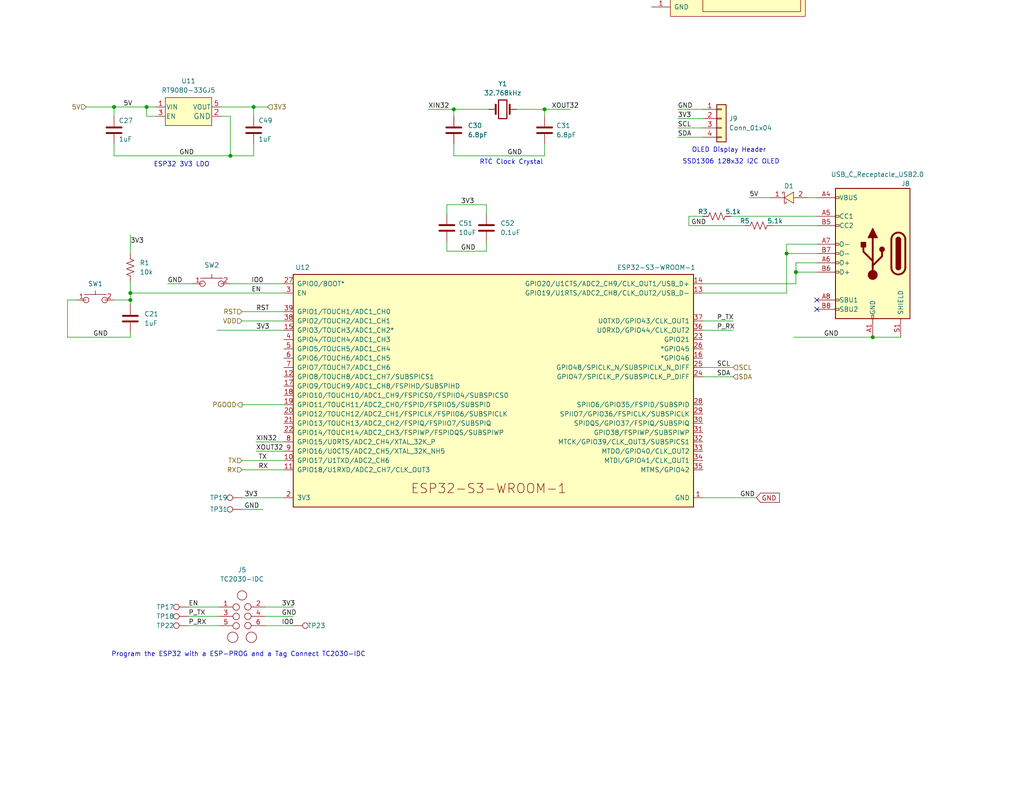
<source format=kicad_sch>
(kicad_sch (version 20230121) (generator eeschema)
  (paper "A")
  (title_block (title "le bitaxeUltra") (date "2023-07-10") (rev "0"))
  (lib_symbols
    (symbol "Connector:TestPoint" (pin_numbers hide) (pin_names (offset 0.762) hide)
      (property "Reference" "TP" (at 0 6.858 0))
      (property "Value" "TestPoint" (at 0 5.08 0))
      (symbol "TestPoint_0_1"
        (circle (center 0 3.302) (radius 0.762))
      )
      (symbol "TestPoint_1_1"
        (pin passive line (at 0 0 90) (length 2.54) (name "1") (number "1"))
      )
    )
    (symbol "Connector:USB_C_Receptacle_USB2.0" (pin_names (offset 1.016))
      (property "Reference" "J" (at -10.16 19.05 0))
      (property "Value" "USB_C_Receptacle_USB2.0" (at 19.05 19.05 0))
      (symbol "USB_C_Receptacle_USB2.0_0_0"
        (rectangle (start -0.254 -17.78) (end 0.254 -16.764))
        (rectangle (start 10.16 -14.986) (end 9.144 -15.494))
        (rectangle (start 10.16 -12.446) (end 9.144 -12.954))
        (rectangle (start 10.16 -4.826) (end 9.144 -5.334))
        (rectangle (start 10.16 -2.286) (end 9.144 -2.794))
        (rectangle (start 10.16 0.254) (end 9.144 -0.254))
        (rectangle (start 10.16 2.794) (end 9.144 2.286))
        (rectangle (start 10.16 7.874) (end 9.144 7.366))
        (rectangle (start 10.16 10.414) (end 9.144 9.906))
        (rectangle (start 10.16 15.494) (end 9.144 14.986))
      )
      (symbol "USB_C_Receptacle_USB2.0_0_1"
        (rectangle (start -10.16 17.78) (end 10.16 -17.78) (stroke (width 0.254)) (fill (type background)))
        (arc (start -8.89 -3.81) (mid -6.985 -5.7067) (end -5.08 -3.81) (stroke (width 0.508)))
        (arc (start -7.62 -3.81) (mid -6.985 -4.4423) (end -6.35 -3.81) (stroke (width 0.254)))
        (arc (start -7.62 -3.81) (mid -6.985 -4.4423) (end -6.35 -3.81) (stroke (width 0.254)) (fill (type outline)))
        (rectangle (start -7.62 -3.81) (end -6.35 3.81) (stroke (width 0.254)) (fill (type outline)))
        (arc (start -6.35 3.81) (mid -6.985 4.4423) (end -7.62 3.81) (stroke (width 0.254)))
        (arc (start -6.35 3.81) (mid -6.985 4.4423) (end -7.62 3.81) (stroke (width 0.254)) (fill (type outline)))
        (arc (start -5.08 3.81) (mid -6.985 5.7067) (end -8.89 3.81) (stroke (width 0.508)))
        (circle (center -2.54 1.143) (radius 0.635) (stroke (width 0.254)) (fill (type outline)))
        (circle (center 0 -5.842) (radius 1.27) (fill (type outline)))
        (polyline (pts (xy -8.89 -3.81) (xy -8.89 3.81)) (stroke (width 0.508)))
        (polyline (pts (xy -5.08 3.81) (xy -5.08 -3.81)) (stroke (width 0.508)))
        (polyline (pts (xy 0 -5.842) (xy 0 4.318)) (stroke (width 0.508)))
        (polyline (pts (xy 0 -3.302) (xy -2.54 -0.762) (xy -2.54 0.508)) (stroke (width 0.508)))
        (polyline (pts (xy 0 -2.032) (xy 2.54 0.508) (xy 2.54 1.778)) (stroke (width 0.508)))
        (polyline (pts (xy -1.27 4.318) (xy 0 6.858) (xy 1.27 4.318) (xy -1.27 4.318)) (stroke (width 0.254)) (fill (type outline)))
        (rectangle (start 1.905 1.778) (end 3.175 3.048) (stroke (width 0.254)) (fill (type outline)))
      )
      (symbol "USB_C_Receptacle_USB2.0_1_1"
        (pin passive line (at 0 -22.86 90) (length 5.08) (name "GND") (number "A1"))
        (pin passive line (at 0 -22.86 90) (length 5.08) hide (name "GND") (number "A12"))
        (pin passive line (at 15.24 15.24 180) (length 5.08) (name "VBUS") (number "A4"))
        (pin bidirectional line (at 15.24 10.16 180) (length 5.08) (name "CC1") (number "A5"))
        (pin bidirectional line (at 15.24 -2.54 180) (length 5.08) (name "D+") (number "A6"))
        (pin bidirectional line (at 15.24 2.54 180) (length 5.08) (name "D-") (number "A7"))
        (pin bidirectional line (at 15.24 -12.7 180) (length 5.08) (name "SBU1") (number "A8"))
        (pin passive line (at 15.24 15.24 180) (length 5.08) hide (name "VBUS") (number "A9"))
        (pin passive line (at 0 -22.86 90) (length 5.08) hide (name "GND") (number "B1"))
        (pin passive line (at 0 -22.86 90) (length 5.08) hide (name "GND") (number "B12"))
        (pin passive line (at 15.24 15.24 180) (length 5.08) hide (name "VBUS") (number "B4"))
        (pin bidirectional line (at 15.24 7.62 180) (length 5.08) (name "CC2") (number "B5"))
        (pin bidirectional line (at 15.24 -5.08 180) (length 5.08) (name "D+") (number "B6"))
        (pin bidirectional line (at 15.24 0 180) (length 5.08) (name "D-") (number "B7"))
        (pin bidirectional line (at 15.24 -15.24 180) (length 5.08) (name "SBU2") (number "B8"))
        (pin passive line (at 15.24 15.24 180) (length 5.08) hide (name "VBUS") (number "B9"))
        (pin passive line (at -7.62 -22.86 90) (length 5.08) (name "SHIELD") (number "S1"))
      )
    )
    (symbol "Connector_Generic:Conn_01x04" (pin_names (offset 1.016) hide)
      (property "Reference" "J" (at 0 5.08 0))
      (property "Value" "Conn_01x04" (at 0 -7.62 0))
      (symbol "Conn_01x04_1_1"
        (rectangle (start -1.27 -4.953) (end 0 -5.207) (stroke (width 0.1524)))
        (rectangle (start -1.27 -2.413) (end 0 -2.667) (stroke (width 0.1524)))
        (rectangle (start -1.27 0.127) (end 0 -0.127) (stroke (width 0.1524)))
        (rectangle (start -1.27 2.667) (end 0 2.413) (stroke (width 0.1524)))
        (rectangle (start -1.27 3.81) (end 1.27 -6.35) (stroke (width 0.254)) (fill (type background)))
        (pin passive line (at -5.08 2.54 0) (length 3.81) (name "Pin_1") (number "1"))
        (pin passive line (at -5.08 0 0) (length 3.81) (name "Pin_2") (number "2"))
        (pin passive line (at -5.08 -2.54 0) (length 3.81) (name "Pin_3") (number "3"))
        (pin passive line (at -5.08 -5.08 0) (length 3.81) (name "Pin_4") (number "4"))
      )
    )
    (symbol "Device:C" (pin_numbers hide) (pin_names (offset 0.254))
      (property "Reference" "C" (at 0.635 2.54 0))
      (property "Value" "C" (at 0.635 -2.54 0))
      (symbol "C_0_1"
        (polyline (pts (xy -2.032 -0.762) (xy 2.032 -0.762)) (stroke (width 0.508)))
        (polyline (pts (xy -2.032 0.762) (xy 2.032 0.762)) (stroke (width 0.508)))
      )
      (symbol "C_1_1"
        (pin passive line (at 0 3.81 270) (length 2.794) (name "~") (number "1"))
        (pin passive line (at 0 -3.81 90) (length 2.794) (name "~") (number "2"))
      )
    )
    (symbol "Device:Crystal" (pin_numbers hide) (pin_names (offset 1.016) hide)
      (property "Reference" "Y" (at 0 3.81 0))
      (property "Value" "Crystal" (at 0 -3.81 0))
      (symbol "Crystal_0_1"
        (rectangle (start -1.143 2.54) (end 1.143 -2.54) (stroke (width 0.3048)))
        (polyline (pts (xy -2.54 0) (xy -1.905 0)))
        (polyline (pts (xy -1.905 -1.27) (xy -1.905 1.27)) (stroke (width 0.508)))
        (polyline (pts (xy 1.905 -1.27) (xy 1.905 1.27)) (stroke (width 0.508)))
        (polyline (pts (xy 2.54 0) (xy 1.905 0)))
      )
      (symbol "Crystal_1_1"
        (pin passive line (at -3.81 0 0) (length 1.27) (name "1") (number "1"))
        (pin passive line (at 3.81 0 180) (length 1.27) (name "2") (number "2"))
      )
    )
    (symbol "Device:R_US" (pin_numbers hide) (pin_names (offset 0))
      (property "Reference" "R" (at 2.54 0 90))
      (property "Value" "R_US" (at -2.54 0 90))
      (symbol "R_US_0_1"
        (polyline (pts (xy 0 -2.286) (xy 0 -2.54)))
        (polyline (pts (xy 0 2.286) (xy 0 2.54)))
        (polyline (pts (xy 0 -0.762) (xy 1.016 -1.143) (xy 0 -1.524) (xy -1.016 -1.905) (xy 0 -2.286)))
        (polyline (pts (xy 0 0.762) (xy 1.016 0.381) (xy 0 0) (xy -1.016 -0.381) (xy 0 -0.762)))
        (polyline (pts (xy 0 2.286) (xy 1.016 1.905) (xy 0 1.524) (xy -1.016 1.143) (xy 0 0.762)))
      )
      (symbol "R_US_1_1"
        (pin passive line (at 0 3.81 270) (length 1.27) (name "~") (number "1"))
        (pin passive line (at 0 -3.81 90) (length 1.27) (name "~") (number "2"))
      )
    )
    (symbol "bitaxe:176x320_st7789" (pin_names (offset 1.016))
      (property "Reference" "U1" (at 38.1 17.78 0))
      (property "Value" "176x320_st7789" (at 38.1 13.97 0))
      (symbol "176x320_st7789_0_0"
        (text "176 x 320" (at 21.59 27.94 0) (effects (font (size 1.524 1.524))))
        (text "SPI DISPLAY" (at 21.59 24.13 0) (effects (font (size 1.524 1.524))))
      )
      (symbol "176x320_st7789_0_1"
        (rectangle (start 8.89 31.75) (end 35.56 1.27))
      )
      (symbol "176x320_st7789_1_1"
        (rectangle (start 0 33.02) (end 36.83 0) (fill (type background)))
        (pin power_in line (at -5.08 2.54 0) (length 5.08) (name "GND") (number "1"))
        (pin bidirectional line (at -5.08 25.4 0) (length 5.08) (name "SDA/Mosi") (number "10"))
        (pin bidirectional line (at -5.08 27.94 0) (length 5.08) (name "RESET") (number "11"))
        (pin power_in line (at -5.08 30.48 0) (length 5.08) (name "GND") (number "12"))
        (pin power_in line (at -5.08 5.08 0) (length 5.08) (name "LEDK") (number "2"))
        (pin power_in line (at -5.08 7.62 0) (length 5.08) (name "LEDA") (number "3"))
        (pin power_in line (at -5.08 10.16 0) (length 5.08) (name "VDD") (number "4"))
        (pin power_in line (at -5.08 12.7 0) (length 5.08) (name "GND") (number "5"))
        (pin power_in line (at -5.08 15.24 0) (length 5.08) (name "GND") (number "6"))
        (pin bidirectional line (at -5.08 17.78 0) (length 5.08) (name "DC") (number "7"))
        (pin bidirectional line (at -5.08 20.32 0) (length 5.08) (name "CS/SS") (number "8"))
        (pin bidirectional line (at -5.08 22.86 0) (length 5.08) (name "SCL/SCK") (number "9"))
      )
    )
    (symbol "bitaxe:ESP32-S3-WROOM-1" (pin_names (offset 1.016))
      (property "Reference" "U12" (at -50.8 34.925 0))
      (property "Value" "ESP32-S3-WROOM-1" (at 45.72 34.925 0))
      (symbol "ESP32-S3-WROOM-1_0_0"
        (rectangle (start -53.34 33.02) (end 55.88 -30.48) (stroke (width 0.254)) (fill (type background)))
        (text "ESP32-S3-WROOM-1" (at 0 -25.4 0) (effects (font (size 2.54 2.54))))
        (pin power_in line (at 58.42 -27.94 180) (length 2.54) (name "GND") (number "1"))
        (pin bidirectional line (at -55.88 -17.78 0) (length 2.54) (name "GPIO17/U1TXD/ADC2_CH6") (number "10"))
        (pin bidirectional line (at -55.88 -20.32 0) (length 2.54) (name "GPIO18/U1RXD/ADC2_CH7/CLK_OUT3") (number "11"))
        (pin bidirectional line (at -55.88 5.08 0) (length 2.54) (name "GPIO8/TOUCH8/ADC1_CH7/SUBSPICS1") (number "12"))
        (pin bidirectional line (at 58.42 27.94 180) (length 2.54) (name "GPIO19/U1RTS/ADC2_CH8/CLK_OUT2/USB_D-") (number "13"))
        (pin bidirectional line (at 58.42 30.48 180) (length 2.54) (name "GPIO20/U1CTS/ADC2_CH9/CLK_OUT1/USB_D+") (number "14"))
        (pin bidirectional line (at -55.88 17.78 0) (length 2.54) (name "GPIO3/TOUCH3/ADC1_CH2*") (number "15"))
        (pin bidirectional line (at 58.42 10.16 180) (length 2.54) (name "*GPIO46") (number "16"))
        (pin bidirectional line (at -55.88 2.54 0) (length 2.54) (name "GPIO9/TOUCH9/ADC1_CH8/FSPIHD/SUBSPIHD") (number "17"))
        (pin bidirectional line (at -55.88 0 0) (length 2.54) (name "GPIO10/TOUCH10/ADC1_CH9/FSPICS0/FSPIIO4/SUBSPICS0") (number "18"))
        (pin bidirectional line (at -55.88 -2.54 0) (length 2.54) (name "GPIO11/TOUCH11/ADC2_CH0/FSPID/FSPIIO5/SUBSPID") (number "19"))
        (pin power_in line (at -55.88 -27.94 0) (length 2.54) (name "3V3") (number "2"))
        (pin bidirectional line (at -55.88 -5.08 0) (length 2.54) (name "GPIO12/TOUCH12/ADC2_CH1/FSPICLK/FSPIIO6/SUBSPICLK") (number "20"))
        (pin bidirectional line (at -55.88 -7.62 0) (length 2.54) (name "GPIO13/TOUCH13/ADC2_CH2/FSPIQ/FSPIIO7/SUBSPIQ") (number "21"))
        (pin bidirectional line (at -55.88 -10.16 0) (length 2.54) (name "GPIO14/TOUCH14/ADC2_CH3/FSPIWP/FSPIDQS/SUBSPIWP") (number "22"))
        (pin bidirectional line (at 58.42 15.24 180) (length 2.54) (name "GPIO21") (number "23"))
        (pin bidirectional line (at 58.42 5.08 180) (length 2.54) (name "GPIO47/SPICLK_P/SUBSPICLK_P_DIFF") (number "24"))
        (pin bidirectional line (at 58.42 7.62 180) (length 2.54) (name "GPIO48/SPICLK_N/SUBSPICLK_N_DIFF") (number "25"))
        (pin bidirectional line (at 58.42 12.7 180) (length 2.54) (name "*GPIO45") (number "26"))
        (pin bidirectional line (at -55.88 30.48 0) (length 2.54) (name "GPIO0/BOOT*") (number "27"))
        (pin bidirectional line (at 58.42 -2.54 180) (length 2.54) (name "SPIIO6/GPIO35/FSPID/SUBSPID") (number "28"))
        (pin bidirectional line (at 58.42 -5.08 180) (length 2.54) (name "SPIIO7/GPIO36/FSPICLK/SUBSPICLK") (number "29"))
        (pin input line (at -55.88 27.94 0) (length 2.54) (name "EN") (number "3"))
        (pin bidirectional line (at 58.42 -7.62 180) (length 2.54) (name "SPIDQS/GPIO37/FSPIQ/SUBSPIQ") (number "30"))
        (pin bidirectional line (at 58.42 -10.16 180) (length 2.54) (name "GPIO38/FSPIWP/SUBSPIWP") (number "31"))
        (pin bidirectional line (at 58.42 -12.7 180) (length 2.54) (name "MTCK/GPIO39/CLK_OUT3/SUBSPICS1") (number "32"))
        (pin bidirectional line (at 58.42 -15.24 180) (length 2.54) (name "MTDO/GPIO40/CLK_OUT2") (number "33"))
        (pin bidirectional line (at 58.42 -17.78 180) (length 2.54) (name "MTDI/GPIO41/CLK_OUT1") (number "34"))
        (pin bidirectional line (at 58.42 -20.32 180) (length 2.54) (name "MTMS/GPIO42") (number "35"))
        (pin bidirectional line (at 58.42 17.78 180) (length 2.54) (name "U0RXD/GPIO44/CLK_OUT2") (number "36"))
        (pin bidirectional line (at 58.42 20.32 180) (length 2.54) (name "U0TXD/GPIO43/CLK_OUT1") (number "37"))
        (pin bidirectional line (at -55.88 20.32 0) (length 2.54) (name "GPIO2/TOUCH2/ADC1_CH1") (number "38"))
        (pin bidirectional line (at -55.88 22.86 0) (length 2.54) (name "GPIO1/TOUCH1/ADC1_CH0") (number "39"))
        (pin bidirectional line (at -55.88 15.24 0) (length 2.54) (name "GPIO4/TOUCH4/ADC1_CH3") (number "4"))
        (pin passive line (at 58.42 -27.94 180) (length 2.54) hide (name "GND") (number "40"))
        (pin passive line (at 58.42 -27.94 180) (length 2.54) hide (name "GND") (number "41"))
        (pin bidirectional line (at -55.88 12.7 0) (length 2.54) (name "GPIO5/TOUCH5/ADC1_CH4") (number "5"))
        (pin bidirectional line (at -55.88 10.16 0) (length 2.54) (name "GPIO6/TOUCH6/ADC1_CH5") (number "6"))
        (pin bidirectional line (at -55.88 7.62 0) (length 2.54) (name "GPIO7/TOUCH7/ADC1_CH6") (number "7"))
        (pin bidirectional line (at -55.88 -12.7 0) (length 2.54) (name "GPIO15/U0RTS/ADC2_CH4/XTAL_32K_P") (number "8"))
        (pin bidirectional line (at -55.88 -15.24 0) (length 2.54) (name "GPIO16/U0CTS/ADC2_CH5/XTAL_32K_NH5") (number "9"))
      )
    )
    (symbol "bitaxe:GT-TC029B-H025-L1N"
      (property "Reference" "SW2" (at 0 3.81 0))
      (symbol "GT-TC029B-H025-L1N_0_1"
        (circle (center -2.54 0) (radius 0.76))
        (polyline (pts (xy -3.05 1.52) (xy 3.05 1.52)))
        (polyline (pts (xy 0 1.52) (xy 0 2.54)))
        (circle (center 2.54 0) (radius 0.76))
        (pin unspecified line (at -5.08 0 0) (length 2.54) (name "~") (number "1"))
        (pin unspecified line (at 5.08 0 180) (length 2.54) (name "~") (number "2"))
      )
    )
    (symbol "bitaxe:RT9080-33GJ5" (pin_names (offset 0.254))
      (property "Reference" "U" (at -6.35 5.08 0))
      (property "Value" "RT9080-33GJ5" (at 0 -5.08 0))
      (symbol "RT9080-33GJ5_1_1"
        (rectangle (start -6.35 3.81) (end 6.35 -3.81) (stroke (width 0.1524)) (fill (type background)))
        (pin power_in line (at -8.89 1.27 0) (length 2.54) (name "VIN") (number "1"))
        (pin power_in line (at 8.89 -1.27 180) (length 2.54) (name "GND") (number "2"))
        (pin input line (at -8.89 -1.27 0) (length 2.54) (name "EN") (number "3"))
        (pin output line (at 8.89 1.27 180) (length 2.54) (name "VOUT") (number "5"))
      )
    )
    (symbol "bitaxe:TC2030-IDC-NL" (pin_names (offset 1.016) hide)
      (property "Reference" "J5" (at 0 12.7 0))
      (property "Value" "TC2030-IDC" (at 0 10.16 0))
      (symbol "TC2030-IDC-NL_0_1"
        (circle (center -2.54 -5.715) (radius 1.4224))
        (circle (center -1.6002 2.54) (radius 0.889))
        (circle (center 0 5.715) (radius 1.27))
      )
      (symbol "TC2030-IDC-NL_1_1"
        (circle (center -1.6002 -2.5908) (radius 0.889))
        (circle (center -1.6002 -0.0508) (radius 0.889))
        (circle (center 1.6002 -2.54) (radius 0.889))
        (circle (center 1.6002 0) (radius 0.889))
        (circle (center 1.6002 2.5908) (radius 0.889))
        (circle (center 2.54 -5.715) (radius 1.4224))
        (pin passive line (at -6.35 2.54 0) (length 3.81) (name "Pin_1") (number "1"))
        (pin passive line (at 6.35 2.54 180) (length 3.81) (name "Pin_2") (number "2"))
        (pin passive line (at -6.35 0 0) (length 3.81) (name "Pin_3") (number "3"))
        (pin passive line (at 6.35 0 180) (length 3.81) (name "Pin_4") (number "4"))
        (pin passive line (at -6.35 -2.54 0) (length 3.81) (name "Pin_5") (number "5"))
        (pin passive line (at 6.35 -2.54 180) (length 3.81) (name "Pin_6") (number "6"))
      )
    )
    (symbol "lcsc:SS310_C85658"
      (property "Reference" "D" (at 0 5.08 0))
      (property "Value" "SS310_C85658" (at 0 -5.08 0))
      (symbol "SS310_C85658_0_1"
        (polyline (pts (xy -1.27 -1.52) (xy -1.27 1.52)))
        (polyline (pts (xy -1.27 -1.52) (xy -0.76 -1.52) (xy -0.76 -1.02)))
        (polyline (pts (xy -1.27 1.52) (xy -1.78 1.52) (xy -1.78 1.02)))
        (polyline (pts (xy 1.27 1.52) (xy -1.27 0) (xy 1.27 -1.52) (xy 1.27 1.52)) (fill (type background)))
        (pin unspecified line (at -5.08 0 0) (length 3.81) (name "~") (number "1"))
        (pin unspecified line (at 5.08 0 180) (length 3.81) (name "~") (number "2"))
      )
    )
  )
  (junction (at 214.63 69.215))
  (junction (at 123.825 29.845))
  (junction (at 238.125 92.075))
  (junction (at 62.865 42.545))
  (junction (at 217.17 74.295))
  (junction (at 40.005 29.21))
  (junction (at 148.59 29.845))
  (junction (at 35.56 80.01))
  (junction (at 35.56 81.915))
  (junction (at 69.215 29.21))
  (junction (at 31.115 29.21))
  (no_connect (at 222.885 81.915))
  (no_connect (at 222.885 84.455))
  (wire (pts (xy 187.96 59.055) (xy 191.77 59.055)))
  (wire (pts (xy 121.92 55.88) (xy 121.92 58.42)))
  (wire (pts (xy 31.115 29.21) (xy 31.115 31.75)))
  (wire (pts (xy 216.535 92.075) (xy 238.125 92.075)))
  (wire (pts (xy 35.56 80.01) (xy 35.56 81.915)))
  (wire (pts (xy 60.325 31.75) (xy 62.865 31.75)))
  (wire (pts (xy 140.97 29.845) (xy 148.59 29.845)))
  (wire (pts (xy 72.39 168.275) (xy 80.01 168.275)))
  (wire (pts (xy 69.215 39.37) (xy 69.215 42.545)))
  (wire (pts (xy 66.04 110.49) (xy 77.47 110.49)))
  (wire (pts (xy 132.715 68.58) (xy 121.92 68.58)))
  (wire (pts (xy 238.125 92.075) (xy 245.745 92.075)))
  (wire (pts (xy 62.865 31.75) (xy 62.865 42.545)))
  (wire (pts (xy 123.825 42.545) (xy 123.825 39.37)))
  (wire (pts (xy 35.56 76.835) (xy 35.56 80.01)))
  (wire (pts (xy 72.39 165.735) (xy 80.01 165.735)))
  (wire (pts (xy 69.215 29.21) (xy 69.215 31.75)))
  (wire (pts (xy 77.47 125.73) (xy 66.04 125.73)))
  (wire (pts (xy 132.715 66.04) (xy 132.715 68.58)))
  (wire (pts (xy 40.005 29.21) (xy 42.545 29.21)))
  (wire (pts (xy 18.415 81.915) (xy 18.415 92.075)))
  (wire (pts (xy 148.59 29.845) (xy 155.575 29.845)))
  (wire (pts (xy 69.85 120.65) (xy 77.47 120.65)))
  (wire (pts (xy 77.47 85.09) (xy 66.04 85.09)))
  (wire (pts (xy 45.72 77.47) (xy 52.705 77.47)))
  (wire (pts (xy 214.63 69.215) (xy 214.63 80.01)))
  (wire (pts (xy 116.84 29.845) (xy 123.825 29.845)))
  (wire (pts (xy 31.115 81.915) (xy 35.56 81.915)))
  (wire (pts (xy 123.825 42.545) (xy 148.59 42.545)))
  (wire (pts (xy 203.2 61.595) (xy 187.96 61.595)))
  (wire (pts (xy 123.825 29.845) (xy 123.825 31.75)))
  (wire (pts (xy 23.495 29.21) (xy 31.115 29.21)))
  (wire (pts (xy 18.415 92.075) (xy 35.56 92.075)))
  (wire (pts (xy 72.39 170.815) (xy 80.01 170.815)))
  (wire (pts (xy 217.17 74.295) (xy 222.885 74.295)))
  (wire (pts (xy 199.39 59.055) (xy 222.885 59.055)))
  (wire (pts (xy 69.85 123.19) (xy 77.47 123.19)))
  (wire (pts (xy 184.912 29.845) (xy 191.77 29.845)))
  (wire (pts (xy 35.56 81.915) (xy 35.56 83.185)))
  (wire (pts (xy 191.77 90.17) (xy 200.025 90.17)))
  (wire (pts (xy 35.56 80.01) (xy 77.47 80.01)))
  (wire (pts (xy 222.885 66.675) (xy 214.63 66.675)))
  (wire (pts (xy 77.47 128.27) (xy 66.04 128.27)))
  (wire (pts (xy 214.63 69.215) (xy 222.885 69.215)))
  (wire (pts (xy 123.825 29.845) (xy 133.35 29.845)))
  (wire (pts (xy 51.435 170.815) (xy 59.69 170.815)))
  (wire (pts (xy 191.77 102.87) (xy 200.025 102.87)))
  (wire (pts (xy 66.04 139.065) (xy 71.755 139.065)))
  (wire (pts (xy 69.215 29.21) (xy 73.025 29.21)))
  (wire (pts (xy 31.115 29.21) (xy 40.005 29.21)))
  (wire (pts (xy 184.912 34.925) (xy 191.77 34.925)))
  (wire (pts (xy 191.77 135.89) (xy 206.375 135.89)))
  (wire (pts (xy 51.435 168.275) (xy 59.69 168.275)))
  (wire (pts (xy 31.115 42.545) (xy 31.115 39.37)))
  (wire (pts (xy 66.04 87.63) (xy 77.47 87.63)))
  (wire (pts (xy 35.56 90.805) (xy 35.56 92.075)))
  (wire (pts (xy 121.92 68.58) (xy 121.92 66.04)))
  (wire (pts (xy 59.182 90.17) (xy 77.47 90.17)))
  (wire (pts (xy 62.865 77.47) (xy 77.47 77.47)))
  (wire (pts (xy 187.96 61.595) (xy 187.96 59.055)))
  (wire (pts (xy 42.545 31.75) (xy 40.005 31.75)))
  (wire (pts (xy 148.59 29.845) (xy 148.59 31.75)))
  (wire (pts (xy 51.435 165.735) (xy 59.69 165.735)))
  (wire (pts (xy 191.77 77.47) (xy 217.17 77.47)))
  (wire (pts (xy 191.77 100.33) (xy 200.025 100.33)))
  (wire (pts (xy 217.17 74.295) (xy 217.17 71.755)))
  (wire (pts (xy 20.955 81.915) (xy 18.415 81.915)))
  (wire (pts (xy 217.17 77.47) (xy 217.17 74.295)))
  (wire (pts (xy 191.77 87.63) (xy 200.025 87.63)))
  (wire (pts (xy 40.005 31.75) (xy 40.005 29.21)))
  (wire (pts (xy 148.59 39.37) (xy 148.59 42.545)))
  (wire (pts (xy 132.715 55.88) (xy 121.92 55.88)))
  (wire (pts (xy 220.345 53.975) (xy 222.885 53.975)))
  (wire (pts (xy 210.82 61.595) (xy 222.885 61.595)))
  (wire (pts (xy 217.17 71.755) (xy 222.885 71.755)))
  (wire (pts (xy 191.77 80.01) (xy 214.63 80.01)))
  (wire (pts (xy 66.04 135.89) (xy 77.47 135.89)))
  (wire (pts (xy 184.912 37.465) (xy 191.77 37.465)))
  (wire (pts (xy 132.715 58.42) (xy 132.715 55.88)))
  (wire (pts (xy 184.912 32.385) (xy 191.77 32.385)))
  (wire (pts (xy 69.215 42.545) (xy 62.865 42.545)))
  (wire (pts (xy 35.56 64.135) (xy 35.56 69.215)))
  (wire (pts (xy 60.325 29.21) (xy 69.215 29.21)))
  (wire (pts (xy 214.63 66.675) (xy 214.63 69.215)))
  (wire (pts (xy 204.47 53.975) (xy 210.185 53.975)))
  (wire (pts (xy 62.865 42.545) (xy 31.115 42.545)))
  (text "RTC Clock Crystal" (at 130.81 45.085 0) (effects (font (size 1.27 1.27)) (justify left bottom)))
  (text "ESP32 3V3 LDO" (at 41.91 45.72 0) (effects (font (size 1.27 1.27)) (justify left bottom)))
  (text "Program the ESP32 with a ESP-PROG and a Tag Connect TC2030-IDC" (at 30.353 179.451 0) (effects (font (size 1.27 1.27)) (justify left bottom)))
  (text "SSD1306 128x32 I2C OLED" (at 186.182 44.958 0) (effects (font (size 1.27 1.27)) (justify left bottom)))
  (text "OLED Display Header" (at 188.722 41.783 0) (effects (font (size 1.27 1.27)) (justify left bottom)))
  (label "P_RX" (at 51.435 170.815 0))
  (label "RST" (at 69.85 85.09 0))
  (label "5V" (at 204.47 53.975 0))
  (label "P_TX" (at 51.435 168.275 0))
  (label "EN" (at 51.435 165.735 0))
  (label "GND" (at 184.912 29.845 0))
  (label "GND" (at 224.79 92.075 0))
  (label "XOUT32" (at 150.495 29.845 0))
  (label "EN" (at 68.58 80.01 0))
  (label "P_RX" (at 195.58 90.17 0))
  (label "IO0" (at 68.58 77.47 0))
  (label "GND" (at 125.73 68.58 0))
  (label "3V3" (at 66.675 135.89 0))
  (label "SDA" (at 195.58 102.87 0))
  (label "GND" (at 66.675 139.065 0))
  (label "GND" (at 188.595 61.595 0))
  (label "XIN32" (at 69.85 120.65 0))
  (label "TX" (at 70.485 125.73 0))
  (label "GND" (at 138.43 42.545 0))
  (label "3V3" (at 76.835 165.735 0))
  (label "3V3" (at 69.85 90.17 0))
  (label "IO0" (at 76.835 170.815 0))
  (label "SCL" (at 195.58 100.33 0))
  (label "XOUT32" (at 69.85 123.19 0))
  (label "SCL" (at 184.912 34.925 0))
  (label "XIN32" (at 116.84 29.845 0))
  (label "GND" (at 201.93 135.89 0))
  (label "GND" (at 45.72 77.47 0))
  (label "SDA" (at 184.912 37.465 0))
  (label "3V3" (at 125.73 55.88 0))
  (label "P_TX" (at 195.58 87.63 0))
  (label "3V3" (at 184.912 32.385 0))
  (label "GND" (at 25.4 92.075 0))
  (label "5V" (at 33.655 29.21 0))
  (label "GND" (at 76.835 168.275 0))
  (label "GND" (at 48.895 42.545 0))
  (label "3V3" (at 35.56 66.675 0))
  (label "RX" (at 70.485 128.27 0))
  (global_label "GND" (shape input) (at 206.375 135.89 0) (property "Intersheetrefs" "${INTERSHEET_REFS}" (effects hide)))
  (hierarchical_label "TX" (shape input) (at 66.04 125.73 180))
  (hierarchical_label "RX" (shape input) (at 66.04 128.27 180))
  (hierarchical_label "3V3" (shape input) (at 73.025 29.21 0))
  (hierarchical_label "SCL" (shape input) (at 200.025 100.33 0))
  (hierarchical_label "RST" (shape input) (at 66.04 85.09 180))
  (hierarchical_label "SDA" (shape input) (at 200.025 102.87 0))
  (hierarchical_label "PGOOD" (shape output) (at 66.04 110.49 180))
  (hierarchical_label "5V" (shape input) (at 23.495 29.21 180))
  (hierarchical_label "VDD" (shape input) (at 66.04 87.63 180))
  (symbol (lib_id "Device:C") (at 35.56 86.995 0) (unit 1)
    (property "Reference" "C21" (at 39.37 85.7249 0) (effects (justify left)))
    (property "Value" "1uF" (at 39.37 88.2649 0) (effects (justify left)))
    (property "Footprint" "Capacitor_SMD:C_0402_1005Metric" (effects hide))
    (property "DK" "587-5514-1-ND" (effects hide))
    (property "PARTNO" "EMK105BJ105MV-F" (effects hide))
  )
  (symbol (lib_id "Device:C") (at 123.825 35.56 0) (unit 1)
    (property "Reference" "C30" (at 127.635 34.2899 0) (effects (justify left)))
    (property "Value" "6.8pF" (at 127.635 36.8299 0) (effects (justify left)))
    (property "Footprint" "Capacitor_SMD:C_0402_1005Metric" (effects hide))
    (property "DK" "399-C0402C689C5GAC7867CT-ND" (effects hide))
    (property "PARTNO" "C0402C689C5GAC7867" (effects hide))
  )
  (symbol (lib_id "Device:R_US") (at 207.01 61.595 90) (unit 1)
    (property "Reference" "R5" (at 203.2 60.325 90))
    (property "Value" "5.1k" (at 211.455 60.325 90))
    (property "Footprint" "Resistor_SMD:R_0402_1005Metric" (effects hide))
  )
  (symbol (lib_id "Device:C") (at 132.715 62.23 0) (unit 1)
    (property "Reference" "C52" (at 136.525 60.9599 0) (effects (justify left)))
    (property "Value" "0.1uF" (at 136.525 63.4999 0) (effects (justify left)))
    (property "Footprint" "Capacitor_SMD:C_0402_1005Metric" (effects hide))
    (property "DK" "1292-1639-1-ND" (effects hide))
    (property "PARTNO" "0402X104K100CT" (effects hide))
  )
  (symbol (lib_id "Connector_Generic:Conn_01x04") (at 196.85 32.385 0) (unit 1) (in_bom no)
    (property "Reference" "J9" (at 198.882 32.3849 0) (effects (justify left)))
    (property "Value" "Conn_01x04" (at 198.882 34.9249 0) (effects (justify left)))
    (property "Footprint" "Connector_PinHeader_2.54mm:PinHeader_1x04_P2.54mm_Vertical" (effects hide))
  )
  (symbol (lib_id "bitaxe:GT-TC029B-H025-L1N") (at 57.785 77.47 0) (unit 1)
    (property "Reference" "SW2" (at 57.785 72.39 0))
    (property "Value" "GT-TC029B-H025-L1N" (effects hide))
    (property "Footprint" "bitaxe:SW_CS1213AGF260_CRS" (effects hide))
    (property "Datasheet" "https://www.citrelay.com/Catalog%20Pages/SwitchCatalog/CS1213.pdf" (effects hide))
    (property "DK" "2449-CS1213AGF260CT-ND" (effects hide))
    (property "PARTNO" "CS1213AGF260" (effects hide))
  )
  (symbol (lib_id "Device:C") (at 148.59 35.56 0) (unit 1)
    (property "Reference" "C31" (at 151.765 34.2899 0) (effects (justify left)))
    (property "Value" "6.8pF" (at 151.765 36.8299 0) (effects (justify left)))
    (property "Footprint" "Capacitor_SMD:C_0402_1005Metric" (effects hide))
    (property "DK" "399-C0402C689C5GAC7867CT-ND" (effects hide))
    (property "PARTNO" "C0402C689C5GAC7867" (effects hide))
  )
  (symbol (lib_id "bitaxe:RT9080-33GJ5") (at 51.435 30.48 0) (unit 1)
    (property "Reference" "U11" (at 51.435 22.098 0))
    (property "Value" "RT9080-33GJ5" (at 51.435 24.638 0))
    (property "Footprint" "bitaxe:RT9080-33GJ5" (effects hide))
    (property "Datasheet" "https://www.richtek.com/assets/product_file/RT9080/DS9080-05.pdf" (effects hide))
    (property "DK" "1028-1509-1-ND" (effects hide))
    (property "PARTNO" "RT9080-33GJ5" (effects hide))
  )
  (symbol (lib_id "Connector:TestPoint") (at 66.04 139.065 90) (mirror x) (unit 1) (in_bom no)
    (property "Reference" "TP31" (at 59.69 139.065 90))
    (property "Value" "TestPoint" (effects hide))
    (property "Footprint" "TestPoint:TestPoint_Pad_D1.5mm" (effects hide))
  )
  (symbol (lib_id "Connector:TestPoint") (at 51.435 168.275 90) (mirror x) (unit 1) (in_bom no)
    (property "Reference" "TP18" (at 45.085 168.275 90))
    (property "Value" "TestPoint" (effects hide))
    (property "Footprint" "TestPoint:TestPoint_Pad_D1.5mm" (effects hide))
  )
  (symbol (lib_id "bitaxe:176x320_st7789") (at 182.88 4.445 0) (unit 1)
    (property "Reference" "U3" (at 220.345 -13.335 0) (effects (font (size 1.524 1.524)) (justify left)))
    (property "Value" "176x320_st7789" (at 220.345 -10.795 0) (effects (font (size 1.524 1.524)) (justify left)))
    (property "Footprint" "bitaxe:ST7789-176x320" (effects hide))
  )
  (symbol (lib_id "Connector:TestPoint") (at 80.01 170.815 270) (mirror x) (unit 1) (in_bom no)
    (property "Reference" "TP23" (at 86.36 170.815 90))
    (property "Value" "TestPoint" (effects hide))
    (property "Footprint" "TestPoint:TestPoint_Pad_D1.5mm" (effects hide))
  )
  (symbol (lib_id "Device:R_US") (at 195.58 59.055 90) (unit 1)
    (property "Reference" "R3" (at 191.77 57.785 90))
    (property "Value" "5.1k" (at 200.025 57.785 90))
    (property "Footprint" "Resistor_SMD:R_0402_1005Metric" (effects hide))
  )
  (symbol (lib_id "Device:R_US") (at 35.56 73.025 0) (unit 1)
    (property "Reference" "R1" (at 38.1 71.7549 0) (effects (justify left)))
    (property "Value" "10k" (at 38.1 74.2949 0) (effects (justify left)))
    (property "Footprint" "Resistor_SMD:R_0402_1005Metric" (effects hide))
    (property "DK" "311-10KJRCT-ND" (effects hide))
    (property "PARTNO" "RC0402JR-0710KL" (effects hide))
  )
  (symbol (lib_id "lcsc:SS310_C85658") (at 215.265 53.975 0) (unit 1)
    (property "Reference" "D1" (at 215.265 50.8 0))
    (property "Value" "SS310" (effects hide))
    (property "Footprint" "lcsc:SMA_L4.3-W2.6-LS5.2-RD" (effects hide))
    (property "Datasheet" "https://lcsc.com/product-detail/Schottky-Barrier-Diodes-SBD_SS310_C85658.html" (effects hide))
    (property "DK" "3191-SS310ACT-ND" (effects hide))
    (property "PARTNO" "SS310A" (effects hide))
  )
  (symbol (lib_id "bitaxe:TC2030-IDC-NL") (at 66.04 168.275 0) (unit 1)
    (property "Reference" "J5" (at 66.04 155.575 0))
    (property "Value" "TC2030-IDC" (at 66.04 158.115 0))
    (property "Footprint" "bitaxe:Tag-Connect_TC2030-IDC-NL_2x03_P1.27mm_Vertical" (effects hide))
  )
  (symbol (lib_id "Device:C") (at 69.215 35.56 0) (unit 1)
    (property "Reference" "C49" (at 70.485 33.655 0) (effects (justify left bottom)))
    (property "Value" "1uF" (at 70.485 38.735 0) (effects (justify left bottom)))
    (property "Footprint" "Capacitor_SMD:C_0402_1005Metric" (effects hide))
    (property "DK" "587-5514-1-ND" (effects hide))
    (property "PARTNO" "EMK105BJ105MV-F" (effects hide))
  )
  (symbol (lib_id "Device:C") (at 121.92 62.23 0) (unit 1)
    (property "Reference" "C51" (at 125.095 60.9599 0) (effects (justify left)))
    (property "Value" "10uF" (at 125.095 63.4999 0) (effects (justify left)))
    (property "Footprint" "Capacitor_SMD:C_0805_2012Metric" (effects hide))
    (property "DK" "1276-1096-1-ND" (effects hide))
    (property "PARTNO" "CL21A106KOQNNNE" (effects hide))
  )
  (symbol (lib_id "Device:Crystal") (at 137.16 29.845 0) (unit 1)
    (property "Reference" "Y1" (at 137.16 22.86 0))
    (property "Value" "32.768kHz" (at 137.16 25.4 0))
    (property "Footprint" "bitaxe:SC32S-7PF20PPM" (effects hide))
    (property "Datasheet" "https://www.sii.co.jp/en/quartz/files/2013/03/SC-32S_Leaflet_e20151217.pdf" (effects hide))
    (property "DK" "728-1074-1-ND" (effects hide))
    (property "PARTNO" "SC32S-7PF20PPM" (effects hide))
  )
  (symbol (lib_id "Connector:USB_C_Receptacle_USB2.0") (at 238.125 69.215 0) (mirror y) (unit 1)
    (property "Reference" "J8" (at 248.285 50.165 0) (effects (justify left)))
    (property "Value" "USB_C_Receptacle_USB2.0" (at 226.695 47.625 0) (effects (justify right)))
    (property "Footprint" "Connector_USB:USB_C_Receptacle_GCT_USB4105-xx-A_16P_TopMnt_Horizontal" (effects hide))
    (property "Datasheet" "https://gct.co/connector/usb4105" (effects hide))
    (property "DK" "2073-USB4105-GF-ACT-ND" (effects hide))
  )
  (symbol (lib_id "Connector:TestPoint") (at 66.04 135.89 90) (mirror x) (unit 1) (in_bom no)
    (property "Reference" "TP19" (at 59.69 135.89 90))
    (property "Value" "TestPoint" (effects hide))
    (property "Footprint" "TestPoint:TestPoint_Pad_D1.5mm" (effects hide))
  )
  (symbol (lib_id "Connector:TestPoint") (at 51.435 165.735 90) (mirror x) (unit 1) (in_bom no)
    (property "Reference" "TP17" (at 45.085 165.735 90))
    (property "Value" "TestPoint" (effects hide))
    (property "Footprint" "TestPoint:TestPoint_Pad_D1.5mm" (effects hide))
  )
  (symbol (lib_id "Connector:TestPoint") (at 51.435 170.815 90) (mirror x) (unit 1) (in_bom no)
    (property "Reference" "TP22" (at 45.085 170.815 90))
    (property "Value" "TestPoint" (effects hide))
    (property "Footprint" "TestPoint:TestPoint_Pad_D1.5mm" (effects hide))
  )
  (symbol (lib_id "Device:C") (at 31.115 35.56 0) (unit 1)
    (property "Reference" "C27" (at 32.385 33.655 0) (effects (justify left bottom)))
    (property "Value" "1uF" (at 32.385 38.735 0) (effects (justify left bottom)))
    (property "Footprint" "Capacitor_SMD:C_0402_1005Metric" (effects hide))
    (property "DK" "587-5514-1-ND" (effects hide))
    (property "PARTNO" "EMK105BJ105MV-F" (effects hide))
  )
  (symbol (lib_id "bitaxe:ESP32-S3-WROOM-1") (at 133.35 107.95 0) (unit 1)
    (property "Reference" "U12" (at 82.55 73.025 0))
    (property "Value" "ESP32-S3-WROOM-1" (at 179.07 73.025 0))
    (property "Footprint" "bitaxe:ESP32-S3-WROOM-1" (effects hide))
    (property "Datasheet" "https://www.espressif.com/sites/default/files/documentation/esp32-s3-wroom-1_wroom-1u_datasheet_en.pdf" (effects hide))
    (property "DK" "1965-ESP32-S3-WROOM-1-N16R8CT-ND" (effects hide))
    (property "PARTNO" "ESP32-S3-WROOM-1-N16R8" (effects hide))
  )
  (symbol (lib_id "bitaxe:GT-TC029B-H025-L1N") (at 26.035 81.915 0) (unit 1)
    (property "Reference" "SW1" (at 26.035 77.47 0))
    (property "Value" "GT-TC029B-H025-L1N" (effects hide))
    (property "Footprint" "bitaxe:SW_CS1213AGF260_CRS" (effects hide))
    (property "Datasheet" "https://www.citrelay.com/Catalog%20Pages/SwitchCatalog/CS1213.pdf" (effects hide))
    (property "DK" "2449-CS1213AGF260CT-ND" (effects hide))
    (property "PARTNO" "CS1213AGF260" (effects hide))
  )
)
</source>
